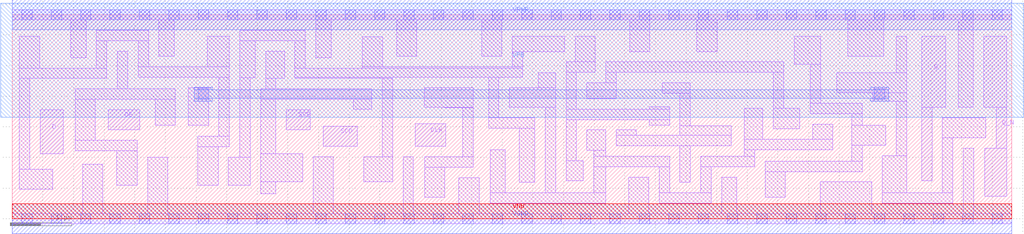
<source format=lef>
# Copyright 2020 The SkyWater PDK Authors
#
# Licensed under the Apache License, Version 2.0 (the "License");
# you may not use this file except in compliance with the License.
# You may obtain a copy of the License at
#
#     https://www.apache.org/licenses/LICENSE-2.0
#
# Unless required by applicable law or agreed to in writing, software
# distributed under the License is distributed on an "AS IS" BASIS,
# WITHOUT WARRANTIES OR CONDITIONS OF ANY KIND, either express or implied.
# See the License for the specific language governing permissions and
# limitations under the License.
#
# SPDX-License-Identifier: Apache-2.0

VERSION 5.7 ;
  NOWIREEXTENSIONATPIN ON ;
  DIVIDERCHAR "/" ;
  BUSBITCHARS "[]" ;
MACRO sky130_fd_sc_ms__sedfxbp_1
  CLASS CORE ;
  FOREIGN sky130_fd_sc_ms__sedfxbp_1 ;
  ORIGIN  0.000000  0.000000 ;
  SIZE  16.32000 BY  3.330000 ;
  SYMMETRY X Y ;
  SITE unit ;
  PIN D
    ANTENNAGATEAREA  0.178200 ;
    DIRECTION INPUT ;
    USE SIGNAL ;
    PORT
      LAYER li1 ;
        RECT 0.455000 1.060000 0.835000 1.780000 ;
    END
  END D
  PIN DE
    ANTENNAGATEAREA  0.356400 ;
    DIRECTION INPUT ;
    USE SIGNAL ;
    PORT
      LAYER li1 ;
        RECT 1.565000 1.450000 2.085000 1.780000 ;
    END
  END DE
  PIN Q
    ANTENNADIFFAREA  0.524500 ;
    DIRECTION OUTPUT ;
    USE SIGNAL ;
    PORT
      LAYER li1 ;
        RECT 14.845000 0.620000 15.015000 1.820000 ;
        RECT 14.845000 1.820000 15.240000 2.980000 ;
    END
  END Q
  PIN Q_N
    ANTENNADIFFAREA  0.524500 ;
    DIRECTION OUTPUT ;
    USE SIGNAL ;
    PORT
      LAYER li1 ;
        RECT 15.860000 1.820000 16.235000 2.980000 ;
        RECT 15.875000 0.370000 16.235000 1.150000 ;
        RECT 16.065000 1.150000 16.235000 1.820000 ;
    END
  END Q_N
  PIN SCD
    ANTENNAGATEAREA  0.178200 ;
    DIRECTION INPUT ;
    USE SIGNAL ;
    PORT
      LAYER li1 ;
        RECT 5.075000 1.180000 5.635000 1.510000 ;
    END
  END SCD
  PIN SCE
    ANTENNAGATEAREA  0.356400 ;
    DIRECTION INPUT ;
    USE SIGNAL ;
    PORT
      LAYER li1 ;
        RECT 4.475000 1.450000 4.865000 1.780000 ;
    END
  END SCE
  PIN CLK
    ANTENNAGATEAREA  0.312600 ;
    DIRECTION INPUT ;
    USE CLOCK ;
    PORT
      LAYER li1 ;
        RECT 6.575000 1.180000 7.075000 1.550000 ;
    END
  END CLK
  PIN VGND
    DIRECTION INOUT ;
    USE GROUND ;
    PORT
      LAYER met1 ;
        RECT 0.000000 -0.245000 16.320000 0.245000 ;
    END
  END VGND
  PIN VNB
    DIRECTION INOUT ;
    USE GROUND ;
    PORT
      LAYER pwell ;
        RECT 0.000000 0.000000 16.320000 0.245000 ;
    END
  END VNB
  PIN VPB
    DIRECTION INOUT ;
    USE POWER ;
    PORT
      LAYER nwell ;
        RECT -0.190000 1.660000 16.510000 3.520000 ;
    END
  END VPB
  PIN VPWR
    DIRECTION INOUT ;
    USE POWER ;
    PORT
      LAYER met1 ;
        RECT 0.000000 3.085000 16.320000 3.575000 ;
    END
  END VPWR
  OBS
    LAYER li1 ;
      RECT  0.000000 -0.085000 16.320000 0.085000 ;
      RECT  0.000000  3.245000 16.320000 3.415000 ;
      RECT  0.115000  0.480000  0.660000 0.810000 ;
      RECT  0.115000  0.810000  0.285000 2.290000 ;
      RECT  0.115000  2.290000  1.545000 2.460000 ;
      RECT  0.115000  2.460000  0.445000 2.980000 ;
      RECT  0.955000  2.630000  1.205000 3.245000 ;
      RECT  1.025000  1.110000  2.040000 1.280000 ;
      RECT  1.025000  1.280000  1.355000 1.950000 ;
      RECT  1.025000  1.950000  2.665000 2.120000 ;
      RECT  1.150000  0.085000  1.480000 0.890000 ;
      RECT  1.375000  2.460000  1.545000 2.905000 ;
      RECT  1.375000  2.905000  2.225000 3.075000 ;
      RECT  1.710000  0.545000  2.040000 1.110000 ;
      RECT  1.715000  2.120000  1.885000 2.735000 ;
      RECT  2.055000  2.310000  3.545000 2.480000 ;
      RECT  2.055000  2.480000  2.225000 2.905000 ;
      RECT  2.210000  0.085000  2.540000 1.005000 ;
      RECT  2.335000  1.525000  2.665000 1.950000 ;
      RECT  2.395000  2.650000  2.645000 3.245000 ;
      RECT  2.875000  1.525000  3.205000 2.140000 ;
      RECT  3.030000  0.545000  3.360000 1.175000 ;
      RECT  3.030000  1.175000  3.545000 1.345000 ;
      RECT  3.185000  2.480000  3.545000 2.980000 ;
      RECT  3.375000  1.345000  3.545000 2.310000 ;
      RECT  3.530000  0.545000  3.885000 1.005000 ;
      RECT  3.715000  1.005000  3.885000 2.300000 ;
      RECT  3.715000  2.300000  3.965000 2.905000 ;
      RECT  3.715000  2.905000  4.785000 3.075000 ;
      RECT  4.055000  0.410000  4.305000 0.605000 ;
      RECT  4.055000  0.605000  4.740000 1.065000 ;
      RECT  4.055000  1.065000  4.305000 1.950000 ;
      RECT  4.055000  1.950000  5.870000 2.120000 ;
      RECT  4.135000  2.120000  4.305000 2.290000 ;
      RECT  4.135000  2.290000  4.445000 2.735000 ;
      RECT  4.615000  2.290000  6.210000 2.310000 ;
      RECT  4.615000  2.310000  8.335000 2.460000 ;
      RECT  4.615000  2.460000  4.785000 2.905000 ;
      RECT  4.910000  0.085000  5.240000 1.010000 ;
      RECT  4.955000  2.630000  5.205000 3.245000 ;
      RECT  5.565000  1.790000  5.870000 1.950000 ;
      RECT  5.715000  2.460000  8.335000 2.480000 ;
      RECT  5.715000  2.480000  6.045000 2.970000 ;
      RECT  5.740000  0.605000  6.210000 1.010000 ;
      RECT  6.040000  1.010000  6.210000 2.290000 ;
      RECT  6.275000  2.650000  6.605000 3.245000 ;
      RECT  6.380000  0.085000  6.550000 1.010000 ;
      RECT  6.725000  1.820000  7.525000 2.140000 ;
      RECT  6.730000  0.350000  7.060000 0.840000 ;
      RECT  6.730000  0.840000  7.525000 1.010000 ;
      RECT  7.055000  1.810000  7.525000 1.820000 ;
      RECT  7.290000  0.085000  7.620000 0.670000 ;
      RECT  7.355000  1.010000  7.525000 1.810000 ;
      RECT  7.665000  2.650000  7.995000 3.245000 ;
      RECT  7.775000  1.480000  8.530000 1.650000 ;
      RECT  7.775000  1.650000  7.945000 2.310000 ;
      RECT  7.800000  0.255000  9.690000 0.425000 ;
      RECT  7.800000  0.425000  8.050000 1.130000 ;
      RECT  8.115000  1.820000  8.870000 2.140000 ;
      RECT  8.165000  2.480000  8.335000 2.730000 ;
      RECT  8.165000  2.730000  9.020000 2.980000 ;
      RECT  8.280000  0.595000  8.530000 1.480000 ;
      RECT  8.585000  2.140000  8.870000 2.380000 ;
      RECT  8.700000  0.425000  8.870000 1.820000 ;
      RECT  9.040000  0.620000  9.320000 0.950000 ;
      RECT  9.040000  0.950000  9.210000 1.620000 ;
      RECT  9.040000  1.620000 10.730000 1.790000 ;
      RECT  9.040000  1.790000  9.210000 2.390000 ;
      RECT  9.040000  2.390000  9.520000 2.560000 ;
      RECT  9.190000  2.560000  9.520000 2.980000 ;
      RECT  9.380000  1.120000  9.690000 1.450000 ;
      RECT  9.380000  1.960000  9.860000 2.220000 ;
      RECT  9.490000  0.425000  9.690000 0.850000 ;
      RECT  9.490000  0.850000 10.730000 1.020000 ;
      RECT  9.490000  1.020000  9.690000 1.120000 ;
      RECT  9.690000  2.220000  9.860000 2.390000 ;
      RECT  9.690000  2.390000 12.595000 2.560000 ;
      RECT  9.860000  1.190000 11.740000 1.360000 ;
      RECT  9.860000  1.360000 10.190000 1.450000 ;
      RECT 10.065000  0.085000 10.390000 0.680000 ;
      RECT 10.080000  2.730000 10.410000 3.245000 ;
      RECT 10.400000  1.530000 10.730000 1.620000 ;
      RECT 10.400000  1.790000 10.730000 1.830000 ;
      RECT 10.560000  0.255000 11.410000 0.425000 ;
      RECT 10.560000  0.425000 10.730000 0.850000 ;
      RECT 10.615000  2.050000 11.070000 2.220000 ;
      RECT 10.900000  0.595000 11.070000 1.190000 ;
      RECT 10.900000  1.360000 11.740000 1.520000 ;
      RECT 10.900000  1.520000 11.070000 2.050000 ;
      RECT 11.175000  2.730000 11.505000 3.245000 ;
      RECT 11.240000  0.425000 11.410000 0.850000 ;
      RECT 11.240000  0.850000 12.120000 1.020000 ;
      RECT 11.580000  0.085000 11.830000 0.680000 ;
      RECT 11.950000  1.020000 12.120000 1.130000 ;
      RECT 11.950000  1.130000 13.395000 1.300000 ;
      RECT 11.950000  1.300000 12.255000 1.800000 ;
      RECT 12.290000  0.350000 12.620000 0.770000 ;
      RECT 12.290000  0.770000 13.875000 0.940000 ;
      RECT 12.425000  1.470000 12.855000 1.800000 ;
      RECT 12.425000  1.800000 12.595000 2.390000 ;
      RECT 12.765000  2.520000 13.195000 2.980000 ;
      RECT 13.025000  1.715000 13.875000 1.885000 ;
      RECT 13.025000  1.885000 13.195000 2.520000 ;
      RECT 13.065000  1.300000 13.395000 1.545000 ;
      RECT 13.190000  0.085000 14.035000 0.600000 ;
      RECT 13.460000  2.055000 14.600000 2.380000 ;
      RECT 13.640000  2.650000 14.230000 3.245000 ;
      RECT 13.705000  0.940000 13.875000 1.200000 ;
      RECT 13.705000  1.200000 14.260000 1.530000 ;
      RECT 13.705000  1.530000 13.875000 1.715000 ;
      RECT 14.045000  1.920000 14.600000 2.055000 ;
      RECT 14.205000  0.255000 15.355000 0.425000 ;
      RECT 14.205000  0.425000 14.600000 1.030000 ;
      RECT 14.430000  1.030000 14.600000 1.920000 ;
      RECT 14.430000  2.380000 14.600000 2.980000 ;
      RECT 15.185000  0.425000 15.355000 1.320000 ;
      RECT 15.185000  1.320000 15.895000 1.650000 ;
      RECT 15.440000  1.820000 15.690000 3.245000 ;
      RECT 15.525000  0.085000 15.695000 1.150000 ;
    LAYER mcon ;
      RECT  0.155000 -0.085000  0.325000 0.085000 ;
      RECT  0.155000  3.245000  0.325000 3.415000 ;
      RECT  0.635000 -0.085000  0.805000 0.085000 ;
      RECT  0.635000  3.245000  0.805000 3.415000 ;
      RECT  1.115000 -0.085000  1.285000 0.085000 ;
      RECT  1.115000  3.245000  1.285000 3.415000 ;
      RECT  1.595000 -0.085000  1.765000 0.085000 ;
      RECT  1.595000  3.245000  1.765000 3.415000 ;
      RECT  2.075000 -0.085000  2.245000 0.085000 ;
      RECT  2.075000  3.245000  2.245000 3.415000 ;
      RECT  2.555000 -0.085000  2.725000 0.085000 ;
      RECT  2.555000  3.245000  2.725000 3.415000 ;
      RECT  3.035000 -0.085000  3.205000 0.085000 ;
      RECT  3.035000  1.950000  3.205000 2.120000 ;
      RECT  3.035000  3.245000  3.205000 3.415000 ;
      RECT  3.515000 -0.085000  3.685000 0.085000 ;
      RECT  3.515000  3.245000  3.685000 3.415000 ;
      RECT  3.995000 -0.085000  4.165000 0.085000 ;
      RECT  3.995000  3.245000  4.165000 3.415000 ;
      RECT  4.475000 -0.085000  4.645000 0.085000 ;
      RECT  4.475000  3.245000  4.645000 3.415000 ;
      RECT  4.955000 -0.085000  5.125000 0.085000 ;
      RECT  4.955000  3.245000  5.125000 3.415000 ;
      RECT  5.435000 -0.085000  5.605000 0.085000 ;
      RECT  5.435000  3.245000  5.605000 3.415000 ;
      RECT  5.915000 -0.085000  6.085000 0.085000 ;
      RECT  5.915000  3.245000  6.085000 3.415000 ;
      RECT  6.395000 -0.085000  6.565000 0.085000 ;
      RECT  6.395000  3.245000  6.565000 3.415000 ;
      RECT  6.875000 -0.085000  7.045000 0.085000 ;
      RECT  6.875000  3.245000  7.045000 3.415000 ;
      RECT  7.355000 -0.085000  7.525000 0.085000 ;
      RECT  7.355000  3.245000  7.525000 3.415000 ;
      RECT  7.835000 -0.085000  8.005000 0.085000 ;
      RECT  7.835000  3.245000  8.005000 3.415000 ;
      RECT  8.315000 -0.085000  8.485000 0.085000 ;
      RECT  8.315000  3.245000  8.485000 3.415000 ;
      RECT  8.795000 -0.085000  8.965000 0.085000 ;
      RECT  8.795000  3.245000  8.965000 3.415000 ;
      RECT  9.275000 -0.085000  9.445000 0.085000 ;
      RECT  9.275000  3.245000  9.445000 3.415000 ;
      RECT  9.755000 -0.085000  9.925000 0.085000 ;
      RECT  9.755000  3.245000  9.925000 3.415000 ;
      RECT 10.235000 -0.085000 10.405000 0.085000 ;
      RECT 10.235000  3.245000 10.405000 3.415000 ;
      RECT 10.715000 -0.085000 10.885000 0.085000 ;
      RECT 10.715000  3.245000 10.885000 3.415000 ;
      RECT 11.195000 -0.085000 11.365000 0.085000 ;
      RECT 11.195000  3.245000 11.365000 3.415000 ;
      RECT 11.675000 -0.085000 11.845000 0.085000 ;
      RECT 11.675000  3.245000 11.845000 3.415000 ;
      RECT 12.155000 -0.085000 12.325000 0.085000 ;
      RECT 12.155000  3.245000 12.325000 3.415000 ;
      RECT 12.635000 -0.085000 12.805000 0.085000 ;
      RECT 12.635000  3.245000 12.805000 3.415000 ;
      RECT 13.115000 -0.085000 13.285000 0.085000 ;
      RECT 13.115000  3.245000 13.285000 3.415000 ;
      RECT 13.595000 -0.085000 13.765000 0.085000 ;
      RECT 13.595000  3.245000 13.765000 3.415000 ;
      RECT 14.075000 -0.085000 14.245000 0.085000 ;
      RECT 14.075000  1.950000 14.245000 2.120000 ;
      RECT 14.075000  3.245000 14.245000 3.415000 ;
      RECT 14.555000 -0.085000 14.725000 0.085000 ;
      RECT 14.555000  3.245000 14.725000 3.415000 ;
      RECT 15.035000 -0.085000 15.205000 0.085000 ;
      RECT 15.035000  3.245000 15.205000 3.415000 ;
      RECT 15.515000 -0.085000 15.685000 0.085000 ;
      RECT 15.515000  3.245000 15.685000 3.415000 ;
      RECT 15.995000 -0.085000 16.165000 0.085000 ;
      RECT 15.995000  3.245000 16.165000 3.415000 ;
    LAYER met1 ;
      RECT  2.975000 1.920000  3.265000 1.965000 ;
      RECT  2.975000 1.965000 14.305000 2.105000 ;
      RECT  2.975000 2.105000  3.265000 2.150000 ;
      RECT 14.015000 1.920000 14.305000 1.965000 ;
      RECT 14.015000 2.105000 14.305000 2.150000 ;
  END
END sky130_fd_sc_ms__sedfxbp_1
END LIBRARY

</source>
